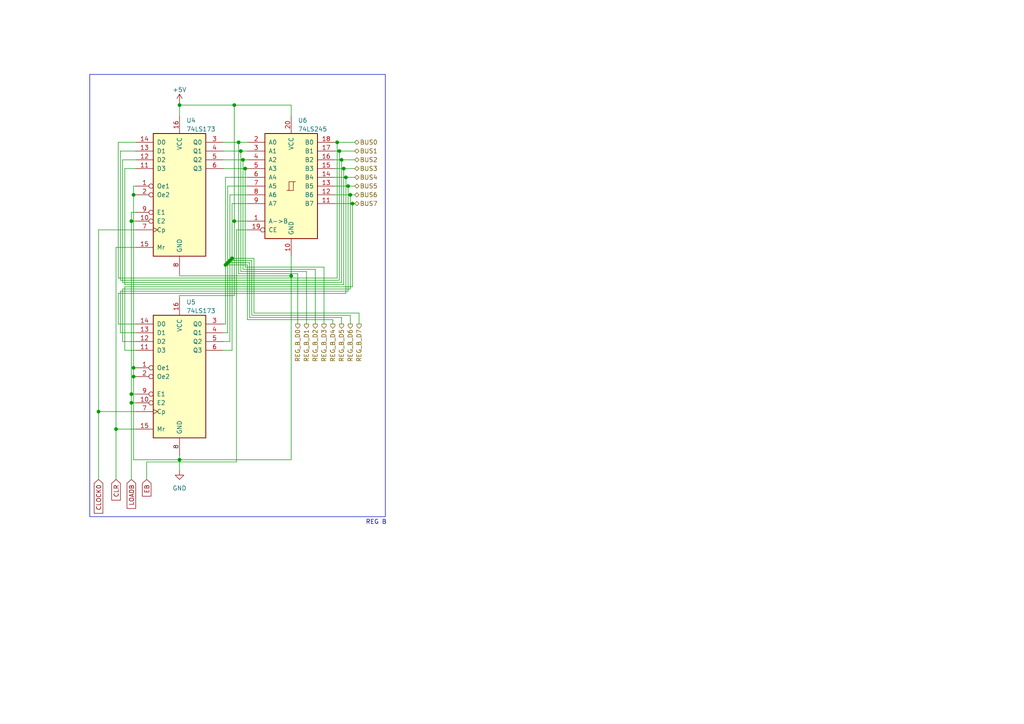
<source format=kicad_sch>
(kicad_sch (version 20230121) (generator eeschema)

  (uuid 031188d5-b58e-4a29-a173-cce6bf883b6b)

  (paper "A4")

  (lib_symbols
    (symbol "74xx:74LS173" (pin_names (offset 1.016)) (in_bom yes) (on_board yes)
      (property "Reference" "U" (at -7.62 19.05 0)
        (effects (font (size 1.27 1.27)))
      )
      (property "Value" "74LS173" (at -7.62 -19.05 0)
        (effects (font (size 1.27 1.27)))
      )
      (property "Footprint" "" (at 0 0 0)
        (effects (font (size 1.27 1.27)) hide)
      )
      (property "Datasheet" "http://www.ti.com/lit/gpn/sn74LS173" (at 0 0 0)
        (effects (font (size 1.27 1.27)) hide)
      )
      (property "ki_locked" "" (at 0 0 0)
        (effects (font (size 1.27 1.27)))
      )
      (property "ki_keywords" "TTL REG REG4 3State DFF" (at 0 0 0)
        (effects (font (size 1.27 1.27)) hide)
      )
      (property "ki_description" "4-bit D-type Register, 3 state out" (at 0 0 0)
        (effects (font (size 1.27 1.27)) hide)
      )
      (property "ki_fp_filters" "DIP?16*" (at 0 0 0)
        (effects (font (size 1.27 1.27)) hide)
      )
      (symbol "74LS173_1_0"
        (pin input inverted (at -12.7 2.54 0) (length 5.08)
          (name "Oe1" (effects (font (size 1.27 1.27))))
          (number "1" (effects (font (size 1.27 1.27))))
        )
        (pin input inverted (at -12.7 -7.62 0) (length 5.08)
          (name "E2" (effects (font (size 1.27 1.27))))
          (number "10" (effects (font (size 1.27 1.27))))
        )
        (pin input line (at -12.7 7.62 0) (length 5.08)
          (name "D3" (effects (font (size 1.27 1.27))))
          (number "11" (effects (font (size 1.27 1.27))))
        )
        (pin input line (at -12.7 10.16 0) (length 5.08)
          (name "D2" (effects (font (size 1.27 1.27))))
          (number "12" (effects (font (size 1.27 1.27))))
        )
        (pin input line (at -12.7 12.7 0) (length 5.08)
          (name "D1" (effects (font (size 1.27 1.27))))
          (number "13" (effects (font (size 1.27 1.27))))
        )
        (pin input line (at -12.7 15.24 0) (length 5.08)
          (name "D0" (effects (font (size 1.27 1.27))))
          (number "14" (effects (font (size 1.27 1.27))))
        )
        (pin input line (at -12.7 -15.24 0) (length 5.08)
          (name "Mr" (effects (font (size 1.27 1.27))))
          (number "15" (effects (font (size 1.27 1.27))))
        )
        (pin power_in line (at 0 22.86 270) (length 5.08)
          (name "VCC" (effects (font (size 1.27 1.27))))
          (number "16" (effects (font (size 1.27 1.27))))
        )
        (pin input inverted (at -12.7 0 0) (length 5.08)
          (name "Oe2" (effects (font (size 1.27 1.27))))
          (number "2" (effects (font (size 1.27 1.27))))
        )
        (pin tri_state line (at 12.7 15.24 180) (length 5.08)
          (name "Q0" (effects (font (size 1.27 1.27))))
          (number "3" (effects (font (size 1.27 1.27))))
        )
        (pin tri_state line (at 12.7 12.7 180) (length 5.08)
          (name "Q1" (effects (font (size 1.27 1.27))))
          (number "4" (effects (font (size 1.27 1.27))))
        )
        (pin tri_state line (at 12.7 10.16 180) (length 5.08)
          (name "Q2" (effects (font (size 1.27 1.27))))
          (number "5" (effects (font (size 1.27 1.27))))
        )
        (pin tri_state line (at 12.7 7.62 180) (length 5.08)
          (name "Q3" (effects (font (size 1.27 1.27))))
          (number "6" (effects (font (size 1.27 1.27))))
        )
        (pin input clock (at -12.7 -10.16 0) (length 5.08)
          (name "Cp" (effects (font (size 1.27 1.27))))
          (number "7" (effects (font (size 1.27 1.27))))
        )
        (pin power_in line (at 0 -22.86 90) (length 5.08)
          (name "GND" (effects (font (size 1.27 1.27))))
          (number "8" (effects (font (size 1.27 1.27))))
        )
        (pin input inverted (at -12.7 -5.08 0) (length 5.08)
          (name "E1" (effects (font (size 1.27 1.27))))
          (number "9" (effects (font (size 1.27 1.27))))
        )
      )
      (symbol "74LS173_1_1"
        (rectangle (start -7.62 17.78) (end 7.62 -17.78)
          (stroke (width 0.254) (type default))
          (fill (type background))
        )
      )
    )
    (symbol "74xx:74LS245" (pin_names (offset 1.016)) (in_bom yes) (on_board yes)
      (property "Reference" "U" (at -7.62 16.51 0)
        (effects (font (size 1.27 1.27)))
      )
      (property "Value" "74LS245" (at -7.62 -16.51 0)
        (effects (font (size 1.27 1.27)))
      )
      (property "Footprint" "" (at 0 0 0)
        (effects (font (size 1.27 1.27)) hide)
      )
      (property "Datasheet" "http://www.ti.com/lit/gpn/sn74LS245" (at 0 0 0)
        (effects (font (size 1.27 1.27)) hide)
      )
      (property "ki_locked" "" (at 0 0 0)
        (effects (font (size 1.27 1.27)))
      )
      (property "ki_keywords" "TTL BUS 3State" (at 0 0 0)
        (effects (font (size 1.27 1.27)) hide)
      )
      (property "ki_description" "Octal BUS Transceivers, 3-State outputs" (at 0 0 0)
        (effects (font (size 1.27 1.27)) hide)
      )
      (property "ki_fp_filters" "DIP?20*" (at 0 0 0)
        (effects (font (size 1.27 1.27)) hide)
      )
      (symbol "74LS245_1_0"
        (polyline
          (pts
            (xy -0.635 -1.27)
            (xy -0.635 1.27)
            (xy 0.635 1.27)
          )
          (stroke (width 0) (type default))
          (fill (type none))
        )
        (polyline
          (pts
            (xy -1.27 -1.27)
            (xy 0.635 -1.27)
            (xy 0.635 1.27)
            (xy 1.27 1.27)
          )
          (stroke (width 0) (type default))
          (fill (type none))
        )
        (pin input line (at -12.7 -10.16 0) (length 5.08)
          (name "A->B" (effects (font (size 1.27 1.27))))
          (number "1" (effects (font (size 1.27 1.27))))
        )
        (pin power_in line (at 0 -20.32 90) (length 5.08)
          (name "GND" (effects (font (size 1.27 1.27))))
          (number "10" (effects (font (size 1.27 1.27))))
        )
        (pin tri_state line (at 12.7 -5.08 180) (length 5.08)
          (name "B7" (effects (font (size 1.27 1.27))))
          (number "11" (effects (font (size 1.27 1.27))))
        )
        (pin tri_state line (at 12.7 -2.54 180) (length 5.08)
          (name "B6" (effects (font (size 1.27 1.27))))
          (number "12" (effects (font (size 1.27 1.27))))
        )
        (pin tri_state line (at 12.7 0 180) (length 5.08)
          (name "B5" (effects (font (size 1.27 1.27))))
          (number "13" (effects (font (size 1.27 1.27))))
        )
        (pin tri_state line (at 12.7 2.54 180) (length 5.08)
          (name "B4" (effects (font (size 1.27 1.27))))
          (number "14" (effects (font (size 1.27 1.27))))
        )
        (pin tri_state line (at 12.7 5.08 180) (length 5.08)
          (name "B3" (effects (font (size 1.27 1.27))))
          (number "15" (effects (font (size 1.27 1.27))))
        )
        (pin tri_state line (at 12.7 7.62 180) (length 5.08)
          (name "B2" (effects (font (size 1.27 1.27))))
          (number "16" (effects (font (size 1.27 1.27))))
        )
        (pin tri_state line (at 12.7 10.16 180) (length 5.08)
          (name "B1" (effects (font (size 1.27 1.27))))
          (number "17" (effects (font (size 1.27 1.27))))
        )
        (pin tri_state line (at 12.7 12.7 180) (length 5.08)
          (name "B0" (effects (font (size 1.27 1.27))))
          (number "18" (effects (font (size 1.27 1.27))))
        )
        (pin input inverted (at -12.7 -12.7 0) (length 5.08)
          (name "CE" (effects (font (size 1.27 1.27))))
          (number "19" (effects (font (size 1.27 1.27))))
        )
        (pin tri_state line (at -12.7 12.7 0) (length 5.08)
          (name "A0" (effects (font (size 1.27 1.27))))
          (number "2" (effects (font (size 1.27 1.27))))
        )
        (pin power_in line (at 0 20.32 270) (length 5.08)
          (name "VCC" (effects (font (size 1.27 1.27))))
          (number "20" (effects (font (size 1.27 1.27))))
        )
        (pin tri_state line (at -12.7 10.16 0) (length 5.08)
          (name "A1" (effects (font (size 1.27 1.27))))
          (number "3" (effects (font (size 1.27 1.27))))
        )
        (pin tri_state line (at -12.7 7.62 0) (length 5.08)
          (name "A2" (effects (font (size 1.27 1.27))))
          (number "4" (effects (font (size 1.27 1.27))))
        )
        (pin tri_state line (at -12.7 5.08 0) (length 5.08)
          (name "A3" (effects (font (size 1.27 1.27))))
          (number "5" (effects (font (size 1.27 1.27))))
        )
        (pin tri_state line (at -12.7 2.54 0) (length 5.08)
          (name "A4" (effects (font (size 1.27 1.27))))
          (number "6" (effects (font (size 1.27 1.27))))
        )
        (pin tri_state line (at -12.7 0 0) (length 5.08)
          (name "A5" (effects (font (size 1.27 1.27))))
          (number "7" (effects (font (size 1.27 1.27))))
        )
        (pin tri_state line (at -12.7 -2.54 0) (length 5.08)
          (name "A6" (effects (font (size 1.27 1.27))))
          (number "8" (effects (font (size 1.27 1.27))))
        )
        (pin tri_state line (at -12.7 -5.08 0) (length 5.08)
          (name "A7" (effects (font (size 1.27 1.27))))
          (number "9" (effects (font (size 1.27 1.27))))
        )
      )
      (symbol "74LS245_1_1"
        (rectangle (start -7.62 15.24) (end 7.62 -15.24)
          (stroke (width 0.254) (type default))
          (fill (type background))
        )
      )
    )
    (symbol "power:+5V" (power) (pin_names (offset 0)) (in_bom yes) (on_board yes)
      (property "Reference" "#PWR" (at 0 -3.81 0)
        (effects (font (size 1.27 1.27)) hide)
      )
      (property "Value" "+5V" (at 0 3.556 0)
        (effects (font (size 1.27 1.27)))
      )
      (property "Footprint" "" (at 0 0 0)
        (effects (font (size 1.27 1.27)) hide)
      )
      (property "Datasheet" "" (at 0 0 0)
        (effects (font (size 1.27 1.27)) hide)
      )
      (property "ki_keywords" "global power" (at 0 0 0)
        (effects (font (size 1.27 1.27)) hide)
      )
      (property "ki_description" "Power symbol creates a global label with name \"+5V\"" (at 0 0 0)
        (effects (font (size 1.27 1.27)) hide)
      )
      (symbol "+5V_0_1"
        (polyline
          (pts
            (xy -0.762 1.27)
            (xy 0 2.54)
          )
          (stroke (width 0) (type default))
          (fill (type none))
        )
        (polyline
          (pts
            (xy 0 0)
            (xy 0 2.54)
          )
          (stroke (width 0) (type default))
          (fill (type none))
        )
        (polyline
          (pts
            (xy 0 2.54)
            (xy 0.762 1.27)
          )
          (stroke (width 0) (type default))
          (fill (type none))
        )
      )
      (symbol "+5V_1_1"
        (pin power_in line (at 0 0 90) (length 0) hide
          (name "+5V" (effects (font (size 1.27 1.27))))
          (number "1" (effects (font (size 1.27 1.27))))
        )
      )
    )
    (symbol "power:GND" (power) (pin_names (offset 0)) (in_bom yes) (on_board yes)
      (property "Reference" "#PWR" (at 0 -6.35 0)
        (effects (font (size 1.27 1.27)) hide)
      )
      (property "Value" "GND" (at 0 -3.81 0)
        (effects (font (size 1.27 1.27)))
      )
      (property "Footprint" "" (at 0 0 0)
        (effects (font (size 1.27 1.27)) hide)
      )
      (property "Datasheet" "" (at 0 0 0)
        (effects (font (size 1.27 1.27)) hide)
      )
      (property "ki_keywords" "global power" (at 0 0 0)
        (effects (font (size 1.27 1.27)) hide)
      )
      (property "ki_description" "Power symbol creates a global label with name \"GND\" , ground" (at 0 0 0)
        (effects (font (size 1.27 1.27)) hide)
      )
      (symbol "GND_0_1"
        (polyline
          (pts
            (xy 0 0)
            (xy 0 -1.27)
            (xy 1.27 -1.27)
            (xy 0 -2.54)
            (xy -1.27 -1.27)
            (xy 0 -1.27)
          )
          (stroke (width 0) (type default))
          (fill (type none))
        )
      )
      (symbol "GND_1_1"
        (pin power_in line (at 0 0 270) (length 0) hide
          (name "GND" (effects (font (size 1.27 1.27))))
          (number "1" (effects (font (size 1.27 1.27))))
        )
      )
    )
  )

  (junction (at 66.04 76.2) (diameter 0) (color 0 0 0 0)
    (uuid 00a8b538-81a3-401b-96a5-89cd686b70fe)
  )
  (junction (at 84.455 80.01) (diameter 0) (color 0 0 0 0)
    (uuid 046ca10e-408c-47b4-ac7e-fe9c58fd8a8d)
  )
  (junction (at 38.1 64.135) (diameter 0) (color 0 0 0 0)
    (uuid 0d45695c-af5f-4a4b-92ee-a2d51059304b)
  )
  (junction (at 100.33 51.435) (diameter 0) (color 0 0 0 0)
    (uuid 1285fa97-6073-4a4e-a2a7-7d763f0cdac2)
  )
  (junction (at 100.965 53.975) (diameter 0) (color 0 0 0 0)
    (uuid 21926844-f465-4042-981a-dc74b073748b)
  )
  (junction (at 99.695 48.895) (diameter 0) (color 0 0 0 0)
    (uuid 260cad8e-ae99-4a8e-8235-3491d7bc79f0)
  )
  (junction (at 70.485 46.355) (diameter 0) (color 0 0 0 0)
    (uuid 2f0ce707-ba3e-406c-ad80-b560f319f7a1)
  )
  (junction (at 52.07 133.35) (diameter 0) (color 0 0 0 0)
    (uuid 326b110d-b295-4798-8d99-d8f920517434)
  )
  (junction (at 38.1 114.3) (diameter 0) (color 0 0 0 0)
    (uuid 34869841-e7e4-4102-86b3-2dab61cd9d73)
  )
  (junction (at 97.79 41.275) (diameter 0) (color 0 0 0 0)
    (uuid 427f2ae0-c66b-4b17-a98a-44e92819b056)
  )
  (junction (at 38.735 106.68) (diameter 0) (color 0 0 0 0)
    (uuid 4ab9b75c-52e0-44b3-a668-d03e7dc305df)
  )
  (junction (at 67.31 74.93) (diameter 0) (color 0 0 0 0)
    (uuid 55220906-44b5-478e-aa1e-efe3ecb18aaf)
  )
  (junction (at 69.85 43.815) (diameter 0) (color 0 0 0 0)
    (uuid 580aae32-d004-418f-8db2-1d5386369899)
  )
  (junction (at 38.1 116.84) (diameter 0) (color 0 0 0 0)
    (uuid 5a62635c-2c8c-4169-b3c4-a63d88f4217c)
  )
  (junction (at 67.945 30.48) (diameter 0) (color 0 0 0 0)
    (uuid 6737592b-3334-4d02-b595-bed35d01d6b6)
  )
  (junction (at 52.07 30.48) (diameter 0) (color 0 0 0 0)
    (uuid 7cfbbcd3-369a-4614-85be-dadefc233246)
  )
  (junction (at 98.425 43.815) (diameter 0) (color 0 0 0 0)
    (uuid 860a82d4-7afb-47f3-8db7-823dc33885e9)
  )
  (junction (at 33.655 124.46) (diameter 0) (color 0 0 0 0)
    (uuid 8672a08c-23ba-4451-b36a-9400be7d1b4b)
  )
  (junction (at 67.945 64.135) (diameter 0) (color 0 0 0 0)
    (uuid 918af728-1ec5-4923-af48-9a0a91916029)
  )
  (junction (at 66.675 75.565) (diameter 0) (color 0 0 0 0)
    (uuid 9465b2ed-073b-41b9-b150-dd4e5166a79f)
  )
  (junction (at 102.235 59.055) (diameter 0) (color 0 0 0 0)
    (uuid 95fc1f88-ec5f-4509-bf2a-d199ad9e6740)
  )
  (junction (at 38.735 56.515) (diameter 0) (color 0 0 0 0)
    (uuid a8d0d4bc-5600-45b7-a47e-46d21b5f8927)
  )
  (junction (at 38.735 109.22) (diameter 0) (color 0 0 0 0)
    (uuid c0e7b5d4-9621-40e3-8418-47113273742d)
  )
  (junction (at 101.6 56.515) (diameter 0) (color 0 0 0 0)
    (uuid c2c098f3-bf9d-418c-86ff-6ddb534ba102)
  )
  (junction (at 65.405 76.835) (diameter 0) (color 0 0 0 0)
    (uuid cfb003ee-4644-4f93-8d74-a679d10bce87)
  )
  (junction (at 28.575 119.38) (diameter 0) (color 0 0 0 0)
    (uuid cfe3ee1c-c31a-4bb7-9727-6f1914cee323)
  )
  (junction (at 71.12 48.895) (diameter 0) (color 0 0 0 0)
    (uuid d6837eee-c21a-43a9-ac7a-50342f6a6fc8)
  )
  (junction (at 69.215 41.275) (diameter 0) (color 0 0 0 0)
    (uuid e0732051-7d7f-4791-b751-c9cdba5285ee)
  )
  (junction (at 99.06 46.355) (diameter 0) (color 0 0 0 0)
    (uuid f0d49d62-b84e-4248-894c-d9383c5ff0ab)
  )

  (wire (pts (xy 36.195 48.895) (xy 36.195 82.55))
    (stroke (width 0) (type default))
    (uuid 006a174c-e79c-48b7-bca5-49e4cb8fde41)
  )
  (wire (pts (xy 97.155 53.975) (xy 100.965 53.975))
    (stroke (width 0) (type default))
    (uuid 025c4b78-cd68-4659-bf2a-fdb7411f2e02)
  )
  (wire (pts (xy 68.58 66.675) (xy 68.58 133.985))
    (stroke (width 0) (type default))
    (uuid 028bbd59-41ef-4028-94da-4eecc0c7ef3e)
  )
  (wire (pts (xy 34.29 41.275) (xy 34.29 80.645))
    (stroke (width 0) (type default))
    (uuid 03afcc2b-d3b8-46af-858f-067ba8c0693e)
  )
  (wire (pts (xy 91.44 93.98) (xy 91.44 78.105))
    (stroke (width 0) (type default))
    (uuid 03cafdac-c063-4877-a5cf-9cc1b033f90f)
  )
  (wire (pts (xy 97.155 41.275) (xy 97.79 41.275))
    (stroke (width 0) (type default))
    (uuid 0416471c-63a8-4af1-b7b2-b9129ce5115b)
  )
  (wire (pts (xy 93.98 93.98) (xy 93.98 77.47))
    (stroke (width 0) (type default))
    (uuid 04a590c9-0cfd-4ad3-93fb-caef5afcf523)
  )
  (wire (pts (xy 99.06 93.98) (xy 99.06 92.075))
    (stroke (width 0) (type default))
    (uuid 07f02d35-daf2-45c1-8fc5-74ec03c87713)
  )
  (wire (pts (xy 36.195 83.185) (xy 102.235 83.185))
    (stroke (width 0) (type default))
    (uuid 080998d5-6ce1-4dfc-b757-10f0aa448492)
  )
  (wire (pts (xy 64.77 43.815) (xy 69.85 43.815))
    (stroke (width 0) (type default))
    (uuid 09fdda00-2766-4e77-a8b0-a26a3cd2638a)
  )
  (wire (pts (xy 84.455 33.655) (xy 84.455 30.48))
    (stroke (width 0) (type default))
    (uuid 0d82cb30-121c-4ea4-92b4-90b081b4bb2f)
  )
  (wire (pts (xy 68.58 133.985) (xy 42.545 133.985))
    (stroke (width 0) (type default))
    (uuid 0f9cb4e0-08f3-4042-bba3-7d035847137d)
  )
  (wire (pts (xy 34.29 80.645) (xy 97.79 80.645))
    (stroke (width 0) (type default))
    (uuid 12020fa2-a447-44ff-ad92-8c57d609f092)
  )
  (wire (pts (xy 28.575 119.38) (xy 39.37 119.38))
    (stroke (width 0) (type default))
    (uuid 12d29707-e441-497c-8731-484b361a03c0)
  )
  (wire (pts (xy 38.735 106.68) (xy 38.735 56.515))
    (stroke (width 0) (type default))
    (uuid 130a259b-edfd-49eb-85ef-65f61db1c15f)
  )
  (wire (pts (xy 64.77 46.355) (xy 70.485 46.355))
    (stroke (width 0) (type default))
    (uuid 1726aa35-3528-48a4-9def-bfad1a4e130c)
  )
  (wire (pts (xy 39.37 96.52) (xy 34.925 96.52))
    (stroke (width 0) (type default))
    (uuid 198f5f99-f1c2-421e-8673-c79265f8fa55)
  )
  (wire (pts (xy 38.1 116.84) (xy 39.37 116.84))
    (stroke (width 0) (type default))
    (uuid 1a3d705e-11cf-4867-8f5b-310d1b752088)
  )
  (wire (pts (xy 101.6 93.98) (xy 101.6 91.44))
    (stroke (width 0) (type default))
    (uuid 1a7b3608-7459-4e8e-bf2a-6f023f68dbb1)
  )
  (wire (pts (xy 99.06 81.915) (xy 99.06 46.355))
    (stroke (width 0) (type default))
    (uuid 1b1dc88e-f873-491c-b57e-a0d1110183ca)
  )
  (wire (pts (xy 102.235 59.055) (xy 102.87 59.055))
    (stroke (width 0) (type default))
    (uuid 1c847073-1806-483e-8bbd-c67906a543f5)
  )
  (wire (pts (xy 104.14 90.805) (xy 73.66 90.805))
    (stroke (width 0) (type default))
    (uuid 1ee0660c-b0d4-4a25-9180-2e1e7b3a7cc8)
  )
  (wire (pts (xy 35.56 81.915) (xy 99.06 81.915))
    (stroke (width 0) (type default))
    (uuid 20a63c04-b889-462e-b92e-e6a6a52cddf9)
  )
  (wire (pts (xy 39.37 106.68) (xy 38.735 106.68))
    (stroke (width 0) (type default))
    (uuid 21d626cb-6f64-4381-874a-d1eebc5f5d0a)
  )
  (wire (pts (xy 38.1 139.065) (xy 38.1 116.84))
    (stroke (width 0) (type default))
    (uuid 23af4522-0f56-4d66-a3d2-414efa156d62)
  )
  (wire (pts (xy 38.1 114.3) (xy 38.1 116.84))
    (stroke (width 0) (type default))
    (uuid 2473f60d-819b-44b9-82ce-b5c635996a2c)
  )
  (wire (pts (xy 64.77 48.895) (xy 71.12 48.895))
    (stroke (width 0) (type default))
    (uuid 24f9a051-83ad-4f88-a29a-c585cb45c298)
  )
  (wire (pts (xy 66.675 99.06) (xy 66.675 75.565))
    (stroke (width 0) (type default))
    (uuid 25a45dc1-af35-4aff-827b-d488073ebc83)
  )
  (wire (pts (xy 34.925 84.455) (xy 100.965 84.455))
    (stroke (width 0) (type default))
    (uuid 27177de9-eabb-49e9-be38-d943932eff38)
  )
  (wire (pts (xy 38.735 109.22) (xy 38.735 133.35))
    (stroke (width 0) (type default))
    (uuid 275509ad-1d3d-4de8-92f5-47655af87a64)
  )
  (wire (pts (xy 38.735 56.515) (xy 38.735 53.975))
    (stroke (width 0) (type default))
    (uuid 280b234f-6672-41ad-8738-a9dd1867024c)
  )
  (wire (pts (xy 93.98 77.47) (xy 71.12 77.47))
    (stroke (width 0) (type default))
    (uuid 289de475-53a2-4978-b398-baf772c01b38)
  )
  (wire (pts (xy 71.755 66.675) (xy 68.58 66.675))
    (stroke (width 0) (type default))
    (uuid 29a20ec6-4631-45ae-b740-62b59b71a882)
  )
  (wire (pts (xy 98.425 43.815) (xy 102.87 43.815))
    (stroke (width 0) (type default))
    (uuid 2a68050f-37bf-4efb-9f7b-ae25816e9e79)
  )
  (wire (pts (xy 96.52 93.98) (xy 96.52 92.71))
    (stroke (width 0) (type default))
    (uuid 2f7531be-0a57-4340-b7f0-378ac3468613)
  )
  (wire (pts (xy 99.695 48.895) (xy 102.87 48.895))
    (stroke (width 0) (type default))
    (uuid 2f98403f-9877-45ed-ba6c-65049fb8266f)
  )
  (wire (pts (xy 64.77 101.6) (xy 67.31 101.6))
    (stroke (width 0) (type default))
    (uuid 2fe1737c-297f-463f-aa55-615cc7dc626d)
  )
  (wire (pts (xy 52.07 86.36) (xy 52.07 85.725))
    (stroke (width 0) (type default))
    (uuid 321a43bb-1790-4678-85b7-b0431e6e9cdc)
  )
  (wire (pts (xy 71.12 48.895) (xy 71.755 48.895))
    (stroke (width 0) (type default))
    (uuid 3631a7bf-5470-4506-9e15-3a22daeacaa0)
  )
  (wire (pts (xy 42.545 133.985) (xy 42.545 139.065))
    (stroke (width 0) (type default))
    (uuid 395ad7e5-a8db-4acc-9662-b2ab22fd2079)
  )
  (wire (pts (xy 91.44 78.105) (xy 70.485 78.105))
    (stroke (width 0) (type default))
    (uuid 3991ade4-fa04-4523-bc9f-ee85c0254ec5)
  )
  (wire (pts (xy 97.155 43.815) (xy 98.425 43.815))
    (stroke (width 0) (type default))
    (uuid 39e62cc5-ebe7-4fff-9aab-211165667783)
  )
  (wire (pts (xy 97.155 59.055) (xy 102.235 59.055))
    (stroke (width 0) (type default))
    (uuid 3da55d4a-0e1d-47c1-8687-1f14720a9e55)
  )
  (wire (pts (xy 64.77 41.275) (xy 69.215 41.275))
    (stroke (width 0) (type default))
    (uuid 3df55872-6735-43e1-b669-07ceda03353c)
  )
  (wire (pts (xy 71.12 77.47) (xy 71.12 48.895))
    (stroke (width 0) (type default))
    (uuid 40cc6139-02c0-4cd1-833e-df17ac673c0d)
  )
  (wire (pts (xy 36.195 101.6) (xy 36.195 83.185))
    (stroke (width 0) (type default))
    (uuid 41ce65ac-d417-49c2-b9f3-0f314ae6722a)
  )
  (wire (pts (xy 70.485 46.355) (xy 71.755 46.355))
    (stroke (width 0) (type default))
    (uuid 43ac4c1c-09c6-4d9b-9cf7-646cb40d562c)
  )
  (wire (pts (xy 102.235 59.055) (xy 102.235 83.185))
    (stroke (width 0) (type default))
    (uuid 45116d19-fb85-4956-ad65-6bc3586da37c)
  )
  (wire (pts (xy 64.77 96.52) (xy 66.04 96.52))
    (stroke (width 0) (type default))
    (uuid 4522f910-7fe3-4e16-96d3-cb42599f74dc)
  )
  (wire (pts (xy 39.37 48.895) (xy 36.195 48.895))
    (stroke (width 0) (type default))
    (uuid 45b35a3b-c28e-46e5-aac4-00225c25341b)
  )
  (wire (pts (xy 88.9 78.74) (xy 69.85 78.74))
    (stroke (width 0) (type default))
    (uuid 4797e2a4-302c-48cf-99cc-f653e7b7ed2e)
  )
  (wire (pts (xy 71.755 92.71) (xy 71.755 76.835))
    (stroke (width 0) (type default))
    (uuid 4bc8a4e5-7e91-487e-a575-20cd0c424530)
  )
  (wire (pts (xy 67.945 30.48) (xy 52.07 30.48))
    (stroke (width 0) (type default))
    (uuid 4f7592a4-caa0-4894-9bfc-ea416793d0d9)
  )
  (wire (pts (xy 35.56 99.06) (xy 35.56 83.82))
    (stroke (width 0) (type default))
    (uuid 4ffb201e-f667-4fdf-9bc2-382af692dc5b)
  )
  (wire (pts (xy 52.07 133.35) (xy 84.455 133.35))
    (stroke (width 0) (type default))
    (uuid 503d2127-9d7f-459d-bb15-7fb48527e74f)
  )
  (wire (pts (xy 84.455 80.01) (xy 52.07 80.01))
    (stroke (width 0) (type default))
    (uuid 50fc8253-1e36-435e-a417-d99ae4456ddd)
  )
  (wire (pts (xy 38.735 109.22) (xy 39.37 109.22))
    (stroke (width 0) (type default))
    (uuid 5917130e-8301-4971-afd3-773a8b3f3eea)
  )
  (wire (pts (xy 33.655 124.46) (xy 39.37 124.46))
    (stroke (width 0) (type default))
    (uuid 5d526933-477a-4672-92fd-2ad6c9cea211)
  )
  (wire (pts (xy 97.79 41.275) (xy 102.87 41.275))
    (stroke (width 0) (type default))
    (uuid 5ee40f2c-566c-4698-95f2-52990ae2845a)
  )
  (wire (pts (xy 69.215 41.275) (xy 71.755 41.275))
    (stroke (width 0) (type default))
    (uuid 5f620b9c-1708-4444-8581-815702402048)
  )
  (wire (pts (xy 100.965 84.455) (xy 100.965 53.975))
    (stroke (width 0) (type default))
    (uuid 63186dc6-154e-422f-ba45-9badf2591f34)
  )
  (wire (pts (xy 66.04 53.975) (xy 71.755 53.975))
    (stroke (width 0) (type default))
    (uuid 6484dddc-3add-4601-947e-8096869d7689)
  )
  (wire (pts (xy 39.37 41.275) (xy 34.29 41.275))
    (stroke (width 0) (type default))
    (uuid 64dbec1f-31aa-4847-a74a-f9141e779a2c)
  )
  (wire (pts (xy 66.04 76.2) (xy 66.04 53.975))
    (stroke (width 0) (type default))
    (uuid 65bf298e-d359-482e-90c9-c6e2a56b32ab)
  )
  (wire (pts (xy 39.37 71.755) (xy 33.655 71.755))
    (stroke (width 0) (type default))
    (uuid 668fec45-386c-4dd2-aee5-a897524524b9)
  )
  (wire (pts (xy 39.37 61.595) (xy 38.1 61.595))
    (stroke (width 0) (type default))
    (uuid 66cd660e-608f-44d0-bb7a-80ab00b0c794)
  )
  (wire (pts (xy 67.945 30.48) (xy 67.945 64.135))
    (stroke (width 0) (type default))
    (uuid 67cd056e-ef30-4c9d-9ce5-163ddb60435f)
  )
  (wire (pts (xy 104.14 93.98) (xy 104.14 90.805))
    (stroke (width 0) (type default))
    (uuid 683d4b1e-57d5-414c-84ca-7124b384b844)
  )
  (wire (pts (xy 73.025 91.44) (xy 73.025 75.565))
    (stroke (width 0) (type default))
    (uuid 6a552f55-7c06-4531-b951-cf9adb6fcf06)
  )
  (wire (pts (xy 86.36 93.98) (xy 86.36 79.375))
    (stroke (width 0) (type default))
    (uuid 6b0b1ee4-b3d8-4ed7-b6bf-26e7298d85a1)
  )
  (wire (pts (xy 64.77 99.06) (xy 66.675 99.06))
    (stroke (width 0) (type default))
    (uuid 6c620cd3-cb86-44b8-adbd-1f2d4faa5a49)
  )
  (wire (pts (xy 52.07 30.48) (xy 52.07 33.655))
    (stroke (width 0) (type default))
    (uuid 6d36f93b-ba83-445e-98d1-979b02e677b5)
  )
  (wire (pts (xy 98.425 81.28) (xy 98.425 43.815))
    (stroke (width 0) (type default))
    (uuid 6dc5c934-1db9-44db-8d31-3f30a1fa7b7b)
  )
  (wire (pts (xy 38.735 106.68) (xy 38.735 109.22))
    (stroke (width 0) (type default))
    (uuid 6efa0adf-416d-40cb-9c83-6fbbb24f2934)
  )
  (wire (pts (xy 99.06 46.355) (xy 102.87 46.355))
    (stroke (width 0) (type default))
    (uuid 716967d0-4dd2-4575-bc16-e24e2884e3e3)
  )
  (wire (pts (xy 39.37 64.135) (xy 38.1 64.135))
    (stroke (width 0) (type default))
    (uuid 722c1c1f-1602-42aa-b7e4-32ffab6e2d6e)
  )
  (wire (pts (xy 97.155 51.435) (xy 100.33 51.435))
    (stroke (width 0) (type default))
    (uuid 7258c00b-d5ee-41e5-acf1-7b043613281b)
  )
  (wire (pts (xy 39.37 114.3) (xy 38.1 114.3))
    (stroke (width 0) (type default))
    (uuid 74f7aa5b-d6c7-4c0d-bb5f-3d8121d0f2bf)
  )
  (wire (pts (xy 39.37 46.355) (xy 35.56 46.355))
    (stroke (width 0) (type default))
    (uuid 765ce668-ac73-4c64-8429-313c4d5416db)
  )
  (wire (pts (xy 33.655 71.755) (xy 33.655 124.46))
    (stroke (width 0) (type default))
    (uuid 7bc1a547-fca1-4465-b480-a0c252ec7f91)
  )
  (wire (pts (xy 86.36 79.375) (xy 69.215 79.375))
    (stroke (width 0) (type default))
    (uuid 7c7e2c4c-4c08-4263-82b3-3f248c375aea)
  )
  (wire (pts (xy 39.37 66.675) (xy 28.575 66.675))
    (stroke (width 0) (type default))
    (uuid 7e1fe022-ec17-42b4-b020-c832867b06c0)
  )
  (wire (pts (xy 67.945 64.135) (xy 71.755 64.135))
    (stroke (width 0) (type default))
    (uuid 81b8b23e-0043-4723-9783-984bb6f04fbb)
  )
  (wire (pts (xy 69.215 79.375) (xy 69.215 41.275))
    (stroke (width 0) (type default))
    (uuid 81e3b43f-0941-4519-b7cb-73a8f8ce4f3a)
  )
  (wire (pts (xy 72.39 76.2) (xy 66.04 76.2))
    (stroke (width 0) (type default))
    (uuid 86e5e05a-ef56-4f39-bddb-f84db23a012a)
  )
  (wire (pts (xy 35.56 83.82) (xy 101.6 83.82))
    (stroke (width 0) (type default))
    (uuid 875a2288-e681-460a-a092-1b055905e3c9)
  )
  (wire (pts (xy 34.925 81.28) (xy 98.425 81.28))
    (stroke (width 0) (type default))
    (uuid 8810779e-d21f-4d65-a9ac-19b366f41ee2)
  )
  (wire (pts (xy 33.655 124.46) (xy 33.655 139.065))
    (stroke (width 0) (type default))
    (uuid 89255f82-e88c-4d39-871f-cb35ae313eea)
  )
  (wire (pts (xy 66.675 56.515) (xy 71.755 56.515))
    (stroke (width 0) (type default))
    (uuid 8a7ac818-0610-4bb2-9d1f-5e004409ae9e)
  )
  (wire (pts (xy 69.85 43.815) (xy 71.755 43.815))
    (stroke (width 0) (type default))
    (uuid 8c7353fc-2a34-4860-a9de-750ccd58ce62)
  )
  (wire (pts (xy 67.945 64.135) (xy 67.945 85.725))
    (stroke (width 0) (type default))
    (uuid 8c782cb7-0960-42e6-bc2f-87d2aa40ef5c)
  )
  (wire (pts (xy 67.31 101.6) (xy 67.31 74.93))
    (stroke (width 0) (type default))
    (uuid 8cc253a1-a055-4772-9986-535c5ad41140)
  )
  (wire (pts (xy 88.9 93.98) (xy 88.9 78.74))
    (stroke (width 0) (type default))
    (uuid 8d21bf7a-f36a-4b9a-bfd0-04795d33405f)
  )
  (wire (pts (xy 52.07 133.35) (xy 52.07 132.08))
    (stroke (width 0) (type default))
    (uuid 8d59340d-f6c6-4047-83c8-c743d5d79a0e)
  )
  (wire (pts (xy 38.735 133.35) (xy 52.07 133.35))
    (stroke (width 0) (type default))
    (uuid 8f48b23d-761e-41cf-bcd6-81495af3a817)
  )
  (wire (pts (xy 36.195 82.55) (xy 99.695 82.55))
    (stroke (width 0) (type default))
    (uuid 8f6d1cb8-616f-4387-8ec7-ce3fcac60eae)
  )
  (wire (pts (xy 97.155 46.355) (xy 99.06 46.355))
    (stroke (width 0) (type default))
    (uuid 94731383-5336-4bdf-ba51-c2b173819b18)
  )
  (wire (pts (xy 101.6 91.44) (xy 73.025 91.44))
    (stroke (width 0) (type default))
    (uuid 96fda1d2-1dd4-4afe-ad5b-aca5f7f293f6)
  )
  (wire (pts (xy 52.07 136.525) (xy 52.07 133.35))
    (stroke (width 0) (type default))
    (uuid 99d04838-2be6-45f8-aae0-3f92f56ac770)
  )
  (wire (pts (xy 84.455 80.01) (xy 84.455 133.35))
    (stroke (width 0) (type default))
    (uuid 9c89161d-06a0-4f11-b82f-8cf82e233cd2)
  )
  (wire (pts (xy 35.56 46.355) (xy 35.56 81.915))
    (stroke (width 0) (type default))
    (uuid 9d686fec-386f-4234-a0aa-a6e3ff3a90e7)
  )
  (wire (pts (xy 34.29 85.09) (xy 100.33 85.09))
    (stroke (width 0) (type default))
    (uuid 9dcbe8be-5c68-47d6-a83c-8433c6139457)
  )
  (wire (pts (xy 52.07 85.725) (xy 67.945 85.725))
    (stroke (width 0) (type default))
    (uuid 9eb34c84-50b5-41ad-89d1-24957cd371f0)
  )
  (wire (pts (xy 34.925 43.815) (xy 34.925 81.28))
    (stroke (width 0) (type default))
    (uuid a1e338b5-a1fe-4f4b-9501-82684c71150a)
  )
  (wire (pts (xy 39.37 93.98) (xy 34.29 93.98))
    (stroke (width 0) (type default))
    (uuid a5585553-7ce9-49bf-8f06-6ce4098fdf13)
  )
  (wire (pts (xy 73.025 75.565) (xy 66.675 75.565))
    (stroke (width 0) (type default))
    (uuid a65c0719-5a9e-4632-a9f0-8ce58b76347e)
  )
  (wire (pts (xy 70.485 78.105) (xy 70.485 46.355))
    (stroke (width 0) (type default))
    (uuid aa84edb6-423e-4dca-ba47-cf62ebf7cc98)
  )
  (wire (pts (xy 97.155 56.515) (xy 101.6 56.515))
    (stroke (width 0) (type default))
    (uuid ab34fa68-9697-4806-b894-966bb9117311)
  )
  (wire (pts (xy 39.37 99.06) (xy 35.56 99.06))
    (stroke (width 0) (type default))
    (uuid ad8913f6-ab8b-48a1-bf31-9bf617f8e414)
  )
  (wire (pts (xy 73.66 74.93) (xy 67.31 74.93))
    (stroke (width 0) (type default))
    (uuid aea8b7f6-3446-4ced-9765-edb287f3977a)
  )
  (wire (pts (xy 38.1 64.135) (xy 38.1 114.3))
    (stroke (width 0) (type default))
    (uuid b0983ae0-10ba-40f4-b6e6-1cc94319e35a)
  )
  (wire (pts (xy 34.29 93.98) (xy 34.29 85.09))
    (stroke (width 0) (type default))
    (uuid b0b376da-9faa-4029-bf0b-490df0bb42ec)
  )
  (wire (pts (xy 97.155 48.895) (xy 99.695 48.895))
    (stroke (width 0) (type default))
    (uuid b14ad354-6cc0-4d07-89ba-9bbc6f979e38)
  )
  (wire (pts (xy 52.07 80.01) (xy 52.07 79.375))
    (stroke (width 0) (type default))
    (uuid b296040b-09bf-40a7-88ef-910249989c47)
  )
  (wire (pts (xy 34.925 96.52) (xy 34.925 84.455))
    (stroke (width 0) (type default))
    (uuid b39ba335-fd6b-4101-b0b9-21249434becd)
  )
  (wire (pts (xy 101.6 83.82) (xy 101.6 56.515))
    (stroke (width 0) (type default))
    (uuid b7365358-434b-4276-8534-6e3da77feca4)
  )
  (wire (pts (xy 69.85 78.74) (xy 69.85 43.815))
    (stroke (width 0) (type default))
    (uuid b7db0d03-3728-4bd3-a43b-261fdc820c5a)
  )
  (wire (pts (xy 64.77 93.98) (xy 65.405 93.98))
    (stroke (width 0) (type default))
    (uuid b926718b-b5cf-4783-bbe5-3eadc0db7c30)
  )
  (wire (pts (xy 65.405 76.835) (xy 65.405 51.435))
    (stroke (width 0) (type default))
    (uuid b94b9208-e8da-4941-9840-22de80667a28)
  )
  (wire (pts (xy 67.31 59.055) (xy 71.755 59.055))
    (stroke (width 0) (type default))
    (uuid bb55d614-619d-445d-b223-ef44c812fb82)
  )
  (wire (pts (xy 38.1 61.595) (xy 38.1 64.135))
    (stroke (width 0) (type default))
    (uuid c3725a08-c201-4cbd-84b0-0acfa9fd609a)
  )
  (wire (pts (xy 52.07 29.845) (xy 52.07 30.48))
    (stroke (width 0) (type default))
    (uuid c3910edc-dbb2-4689-b6ee-da47c9c2e2dc)
  )
  (wire (pts (xy 71.755 76.835) (xy 65.405 76.835))
    (stroke (width 0) (type default))
    (uuid c499a7fd-8c9a-4867-96ab-ac6483841068)
  )
  (wire (pts (xy 101.6 56.515) (xy 102.87 56.515))
    (stroke (width 0) (type default))
    (uuid c6ca3c67-0615-4945-8170-bf1fa092d88a)
  )
  (wire (pts (xy 28.575 139.065) (xy 28.575 119.38))
    (stroke (width 0) (type default))
    (uuid c955473d-e6df-4642-b520-d50237a6dc9a)
  )
  (wire (pts (xy 96.52 92.71) (xy 71.755 92.71))
    (stroke (width 0) (type default))
    (uuid ca0949dc-8d7f-441a-b24c-2b8562bfaa93)
  )
  (wire (pts (xy 99.06 92.075) (xy 72.39 92.075))
    (stroke (width 0) (type default))
    (uuid cfcc156b-63c7-498c-b82a-98b3b1fa822f)
  )
  (wire (pts (xy 39.37 43.815) (xy 34.925 43.815))
    (stroke (width 0) (type default))
    (uuid d427eef6-b2f9-407e-aa39-cee90daeb048)
  )
  (wire (pts (xy 66.04 96.52) (xy 66.04 76.2))
    (stroke (width 0) (type default))
    (uuid d4a837ac-6312-4f11-87f3-728ad83dc124)
  )
  (wire (pts (xy 67.31 74.93) (xy 67.31 59.055))
    (stroke (width 0) (type default))
    (uuid d93bfe46-e2f8-4364-9c06-845a25b44ddd)
  )
  (wire (pts (xy 97.79 80.645) (xy 97.79 41.275))
    (stroke (width 0) (type default))
    (uuid dac72907-1c0b-42c9-990d-2306d3bc49de)
  )
  (wire (pts (xy 65.405 51.435) (xy 71.755 51.435))
    (stroke (width 0) (type default))
    (uuid dbf0f60c-64f1-4927-b9bb-0698406ff0ce)
  )
  (wire (pts (xy 38.735 53.975) (xy 39.37 53.975))
    (stroke (width 0) (type default))
    (uuid dd8250fc-a5dc-4bf6-95f1-438ce19fc0e6)
  )
  (wire (pts (xy 66.675 75.565) (xy 66.675 56.515))
    (stroke (width 0) (type default))
    (uuid dfbcf52f-4086-4478-a6a1-aa09f84cf64b)
  )
  (wire (pts (xy 99.695 82.55) (xy 99.695 48.895))
    (stroke (width 0) (type default))
    (uuid dfef9d5f-9036-435f-8d8e-08b450f6d077)
  )
  (wire (pts (xy 84.455 74.295) (xy 84.455 80.01))
    (stroke (width 0) (type default))
    (uuid e011725e-7ceb-45bf-9a06-0166c91f7469)
  )
  (wire (pts (xy 39.37 101.6) (xy 36.195 101.6))
    (stroke (width 0) (type default))
    (uuid e01391d3-4b54-4023-bcc0-8a9861335a3a)
  )
  (wire (pts (xy 38.735 56.515) (xy 39.37 56.515))
    (stroke (width 0) (type default))
    (uuid e1519d79-86dc-4225-b758-baccce60e681)
  )
  (wire (pts (xy 84.455 30.48) (xy 67.945 30.48))
    (stroke (width 0) (type default))
    (uuid e627ea41-dcc6-4ae6-a3ee-0c7cc9567458)
  )
  (wire (pts (xy 100.33 51.435) (xy 102.87 51.435))
    (stroke (width 0) (type default))
    (uuid e6387748-0275-46d5-917d-aa7a08ad0495)
  )
  (wire (pts (xy 28.575 66.675) (xy 28.575 119.38))
    (stroke (width 0) (type default))
    (uuid ee046e92-4306-409d-8a03-c6f3e3ac155b)
  )
  (wire (pts (xy 73.66 90.805) (xy 73.66 74.93))
    (stroke (width 0) (type default))
    (uuid ef9ab608-ec5d-4817-b8aa-5c7656c9b9df)
  )
  (wire (pts (xy 100.33 85.09) (xy 100.33 51.435))
    (stroke (width 0) (type default))
    (uuid f1641959-55dd-476b-bea0-6048be71c788)
  )
  (wire (pts (xy 100.965 53.975) (xy 102.87 53.975))
    (stroke (width 0) (type default))
    (uuid f65ec20e-8f5c-44b1-879d-d8642315e839)
  )
  (wire (pts (xy 65.405 93.98) (xy 65.405 76.835))
    (stroke (width 0) (type default))
    (uuid f7e6d38a-1fb4-4b43-81f2-fe18d0da7353)
  )
  (wire (pts (xy 72.39 92.075) (xy 72.39 76.2))
    (stroke (width 0) (type default))
    (uuid fcd7101b-8743-4108-b71a-5a191d9eb957)
  )

  (rectangle (start 26.035 21.59) (end 111.76 149.86)
    (stroke (width 0) (type default))
    (fill (type none))
    (uuid 87452670-bb83-4530-9376-7ff444e7563a)
  )

  (text "REG B\n\n" (at 106.045 154.305 0)
    (effects (font (size 1.27 1.27)) (justify left bottom))
    (uuid f4355a19-21bd-41b9-a083-98817c0a7f64)
  )

  (global_label "CLOCK0" (shape input) (at 28.575 139.065 270) (fields_autoplaced)
    (effects (font (size 1.27 1.27)) (justify right))
    (uuid 190e3bd0-d627-4258-aa89-8610b608eb28)
    (property "Intersheetrefs" "${INTERSHEET_REFS}" (at 28.575 149.3489 90)
      (effects (font (size 1.27 1.27)) (justify right) hide)
    )
  )
  (global_label "EB" (shape input) (at 42.545 139.065 270) (fields_autoplaced)
    (effects (font (size 1.27 1.27)) (justify right))
    (uuid 6eaab594-3a43-40a3-8651-4f62a28c7f94)
    (property "Intersheetrefs" "${INTERSHEET_REFS}" (at 42.545 144.3898 90)
      (effects (font (size 1.27 1.27)) (justify right) hide)
    )
  )
  (global_label "LOADB" (shape input) (at 38.1 139.065 270) (fields_autoplaced)
    (effects (font (size 1.27 1.27)) (justify right))
    (uuid 9eed9c91-127f-4ae9-b12c-e668c73a112c)
    (property "Intersheetrefs" "${INTERSHEET_REFS}" (at 38.1 147.958 90)
      (effects (font (size 1.27 1.27)) (justify right) hide)
    )
  )
  (global_label "CLR" (shape input) (at 33.655 139.065 270) (fields_autoplaced)
    (effects (font (size 1.27 1.27)) (justify right))
    (uuid f4f5e412-0036-45dd-b586-7f31f07c1a0b)
    (property "Intersheetrefs" "${INTERSHEET_REFS}" (at 33.655 145.5389 90)
      (effects (font (size 1.27 1.27)) (justify right) hide)
    )
  )

  (hierarchical_label "BUS4" (shape tri_state) (at 102.87 51.435 0) (fields_autoplaced)
    (effects (font (size 1.27 1.27)) (justify left))
    (uuid 147fb65b-4b9b-4be3-92fe-57e4095575be)
  )
  (hierarchical_label "REG_B_D7" (shape output) (at 104.14 93.98 270) (fields_autoplaced)
    (effects (font (size 1.27 1.27)) (justify right))
    (uuid 1d439e03-0bed-48b4-bd96-fd35e9129f79)
  )
  (hierarchical_label "REG_B_D2" (shape output) (at 91.44 93.98 270) (fields_autoplaced)
    (effects (font (size 1.27 1.27)) (justify right))
    (uuid 4814051b-10f8-4b3b-a964-f996cfb74db5)
  )
  (hierarchical_label "REG_B_D6" (shape output) (at 101.6 93.98 270) (fields_autoplaced)
    (effects (font (size 1.27 1.27)) (justify right))
    (uuid 690d3db9-7a45-48c3-b4de-630eee1170d4)
  )
  (hierarchical_label "REG_B_D5" (shape output) (at 99.06 93.98 270) (fields_autoplaced)
    (effects (font (size 1.27 1.27)) (justify right))
    (uuid 6dad64f3-1148-4053-a0d9-4ecfb3c4d13f)
  )
  (hierarchical_label "BUS1" (shape tri_state) (at 102.87 43.815 0) (fields_autoplaced)
    (effects (font (size 1.27 1.27)) (justify left))
    (uuid 73a039cb-1234-4d7d-9169-8759021bf069)
  )
  (hierarchical_label "BUS3" (shape tri_state) (at 102.87 48.895 0) (fields_autoplaced)
    (effects (font (size 1.27 1.27)) (justify left))
    (uuid 784aa60b-d6b0-4d9e-938e-9d7babb3d7fa)
  )
  (hierarchical_label "BUS2" (shape tri_state) (at 102.87 46.355 0) (fields_autoplaced)
    (effects (font (size 1.27 1.27)) (justify left))
    (uuid 823c709f-fd5f-45d9-bc17-8e845c3325c3)
  )
  (hierarchical_label "REG_B_D3" (shape output) (at 93.98 93.98 270) (fields_autoplaced)
    (effects (font (size 1.27 1.27)) (justify right))
    (uuid 82847bda-38e6-41f1-bd1a-2770c3f9bf90)
  )
  (hierarchical_label "BUS0" (shape tri_state) (at 102.87 41.275 0) (fields_autoplaced)
    (effects (font (size 1.27 1.27)) (justify left))
    (uuid 9ca39101-7da5-4df8-9f51-290ba5edf1c5)
  )
  (hierarchical_label "REG_B_D0" (shape output) (at 86.36 93.98 270) (fields_autoplaced)
    (effects (font (size 1.27 1.27)) (justify right))
    (uuid adcc9a98-d56b-492f-b350-3a5e729a1d73)
  )
  (hierarchical_label "BUS7" (shape tri_state) (at 102.87 59.055 0) (fields_autoplaced)
    (effects (font (size 1.27 1.27)) (justify left))
    (uuid b88ffcc6-1b24-49c2-af8a-7392693d49fb)
  )
  (hierarchical_label "REG_B_D4" (shape output) (at 96.52 93.98 270) (fields_autoplaced)
    (effects (font (size 1.27 1.27)) (justify right))
    (uuid c8af2ca1-ab4a-4cd1-ac1d-1d68d7e00f5d)
  )
  (hierarchical_label "BUS5" (shape tri_state) (at 102.87 53.975 0) (fields_autoplaced)
    (effects (font (size 1.27 1.27)) (justify left))
    (uuid d282c856-0e52-4bbd-b5d5-8e27762a8541)
  )
  (hierarchical_label "BUS6" (shape tri_state) (at 102.87 56.515 0) (fields_autoplaced)
    (effects (font (size 1.27 1.27)) (justify left))
    (uuid efed7c54-a485-40c8-b590-7348c4968813)
  )
  (hierarchical_label "REG_B_D1" (shape output) (at 88.9 93.98 270) (fields_autoplaced)
    (effects (font (size 1.27 1.27)) (justify right))
    (uuid f1d1d639-e4e6-4f09-b27c-352774ef5962)
  )

  (symbol (lib_id "74xx:74LS245") (at 84.455 53.975 0) (unit 1)
    (in_bom yes) (on_board yes) (dnp no) (fields_autoplaced)
    (uuid 00402460-c883-4a6b-ac98-0d3c98f4c3f4)
    (property "Reference" "U6" (at 86.4109 34.925 0)
      (effects (font (size 1.27 1.27)) (justify left))
    )
    (property "Value" "74LS245" (at 86.4109 37.465 0)
      (effects (font (size 1.27 1.27)) (justify left))
    )
    (property "Footprint" "" (at 84.455 53.975 0)
      (effects (font (size 1.27 1.27)) hide)
    )
    (property "Datasheet" "http://www.ti.com/lit/gpn/sn74LS245" (at 84.455 53.975 0)
      (effects (font (size 1.27 1.27)) hide)
    )
    (pin "1" (uuid 66af8fcf-4793-406f-b8db-ba156c542832))
    (pin "10" (uuid 8da3e279-79e6-4adc-ac1c-cd128d6ce204))
    (pin "11" (uuid 660a312b-f84b-4fe0-9677-5ebf2bd3e3ea))
    (pin "12" (uuid 5e0237db-d24c-4e3a-9e0a-5e1692d53111))
    (pin "13" (uuid 2c8db0a4-9408-4ebf-b453-4717fa84057d))
    (pin "14" (uuid e9a9269a-e9e3-4ad5-ad20-797e280b1847))
    (pin "15" (uuid b9021c7a-50f2-4836-bd1f-772d6b4c9a08))
    (pin "16" (uuid 6ff7b17f-deba-48a4-900d-f30168562202))
    (pin "17" (uuid 0c806c9f-29b1-464a-bf32-643bf9096899))
    (pin "18" (uuid 418acd66-1645-4d22-9dcd-babcb12dac69))
    (pin "19" (uuid 6c2dff82-5ab1-4fe0-81ab-b0124418aa86))
    (pin "2" (uuid 11441c18-bcbc-4052-ae85-74cec01b55e4))
    (pin "20" (uuid 0ff3e732-6196-4228-8907-48895825cc05))
    (pin "3" (uuid 7676013c-837b-4817-a043-d55bc2584a51))
    (pin "4" (uuid 929659f7-241e-4b20-a27c-cd935ea0bb0b))
    (pin "5" (uuid 5719772e-edd1-4fdb-809a-a233d46c68db))
    (pin "6" (uuid fef0d8c0-e0e9-4367-8d14-64f7631d0aec))
    (pin "7" (uuid dab56219-102e-4baf-bb0b-c942d30dd670))
    (pin "8" (uuid 84720f61-3818-4d37-ac41-613cded78b97))
    (pin "9" (uuid 59ee8954-e08c-4e76-ab4e-bfe8f5b559fe))
    (instances
      (project "GODRICK-8"
        (path "/f9ac55ac-39bf-441d-9a51-be66ae5068af"
          (reference "U6") (unit 1)
        )
        (path "/f9ac55ac-39bf-441d-9a51-be66ae5068af/f31a65f4-4cd5-4e61-907b-ca0db17abe3c"
          (reference "U17") (unit 1)
        )
        (path "/f9ac55ac-39bf-441d-9a51-be66ae5068af/471c2041-edd5-46f8-9c3e-d9201c6b0f59"
          (reference "U11") (unit 1)
        )
      )
    )
  )

  (symbol (lib_id "74xx:74LS173") (at 52.07 109.22 0) (unit 1)
    (in_bom yes) (on_board yes) (dnp no) (fields_autoplaced)
    (uuid 0b492171-f8e9-455f-96ab-308340e206fd)
    (property "Reference" "U5" (at 54.0259 87.63 0)
      (effects (font (size 1.27 1.27)) (justify left))
    )
    (property "Value" "74LS173" (at 54.0259 90.17 0)
      (effects (font (size 1.27 1.27)) (justify left))
    )
    (property "Footprint" "" (at 52.07 109.22 0)
      (effects (font (size 1.27 1.27)) hide)
    )
    (property "Datasheet" "http://www.ti.com/lit/gpn/sn74LS173" (at 52.07 109.22 0)
      (effects (font (size 1.27 1.27)) hide)
    )
    (pin "1" (uuid 698a1caa-94ac-48d9-96e7-f3d92cc33b3c))
    (pin "10" (uuid 849b9476-4061-4598-bb4d-c8af9a204481))
    (pin "11" (uuid 37e61169-ee73-4320-a4d9-5a797a3082a0))
    (pin "12" (uuid 30999e05-5c35-4e0a-8f8d-a9b3054bf999))
    (pin "13" (uuid 0fc1cf84-e167-490c-a2a7-8f6096744c9e))
    (pin "14" (uuid f27a0a8a-75dc-4bb3-86d6-1e3b123744cd))
    (pin "15" (uuid 738bef50-5c07-4410-9da4-36cf10ae53c9))
    (pin "16" (uuid eebace07-ba66-46c6-bf42-ae1ad7186130))
    (pin "2" (uuid 1cf9ed08-90c9-4628-b752-cf0aca70c3d3))
    (pin "3" (uuid 16f2714e-d7a5-4c9b-8837-d2494600a9a4))
    (pin "4" (uuid f4a84068-2bed-406e-8c1c-7ec6454050fd))
    (pin "5" (uuid 77b686b6-ffeb-4e36-b9a7-eef774e07f03))
    (pin "6" (uuid 0cff6717-ff34-460f-a047-66ac3372d0f2))
    (pin "7" (uuid 599199ca-8394-44f2-9062-69d556280143))
    (pin "8" (uuid eeb6d865-f49a-4b1f-b6e5-8c9b666e16ee))
    (pin "9" (uuid 5479da00-991a-455f-85c1-1325be7569c0))
    (instances
      (project "GODRICK-8"
        (path "/f9ac55ac-39bf-441d-9a51-be66ae5068af"
          (reference "U5") (unit 1)
        )
        (path "/f9ac55ac-39bf-441d-9a51-be66ae5068af/f31a65f4-4cd5-4e61-907b-ca0db17abe3c"
          (reference "U16") (unit 1)
        )
        (path "/f9ac55ac-39bf-441d-9a51-be66ae5068af/471c2041-edd5-46f8-9c3e-d9201c6b0f59"
          (reference "U10") (unit 1)
        )
      )
    )
  )

  (symbol (lib_id "power:GND") (at 52.07 136.525 0) (unit 1)
    (in_bom yes) (on_board yes) (dnp no) (fields_autoplaced)
    (uuid 3c362bbd-5e82-4c09-81b2-0554017e36d7)
    (property "Reference" "#PWR04" (at 52.07 142.875 0)
      (effects (font (size 1.27 1.27)) hide)
    )
    (property "Value" "GND" (at 52.07 141.605 0)
      (effects (font (size 1.27 1.27)))
    )
    (property "Footprint" "" (at 52.07 136.525 0)
      (effects (font (size 1.27 1.27)) hide)
    )
    (property "Datasheet" "" (at 52.07 136.525 0)
      (effects (font (size 1.27 1.27)) hide)
    )
    (pin "1" (uuid 599118a4-3a18-4811-9411-8c6a52359945))
    (instances
      (project "GODRICK-8"
        (path "/f9ac55ac-39bf-441d-9a51-be66ae5068af"
          (reference "#PWR04") (unit 1)
        )
        (path "/f9ac55ac-39bf-441d-9a51-be66ae5068af/f31a65f4-4cd5-4e61-907b-ca0db17abe3c"
          (reference "#PWR014") (unit 1)
        )
        (path "/f9ac55ac-39bf-441d-9a51-be66ae5068af/471c2041-edd5-46f8-9c3e-d9201c6b0f59"
          (reference "#PWR010") (unit 1)
        )
      )
    )
  )

  (symbol (lib_id "74xx:74LS173") (at 52.07 56.515 0) (unit 1)
    (in_bom yes) (on_board yes) (dnp no) (fields_autoplaced)
    (uuid 708e6458-4b83-4c25-9a47-30860e6bd9b1)
    (property "Reference" "U4" (at 54.0259 34.925 0)
      (effects (font (size 1.27 1.27)) (justify left))
    )
    (property "Value" "74LS173" (at 54.0259 37.465 0)
      (effects (font (size 1.27 1.27)) (justify left))
    )
    (property "Footprint" "" (at 52.07 56.515 0)
      (effects (font (size 1.27 1.27)) hide)
    )
    (property "Datasheet" "http://www.ti.com/lit/gpn/sn74LS173" (at 52.07 56.515 0)
      (effects (font (size 1.27 1.27)) hide)
    )
    (pin "1" (uuid 436d24c7-f186-43d9-87d6-d01491d15845))
    (pin "10" (uuid 1a7996d7-f25d-4f81-831a-04d92f228bfc))
    (pin "11" (uuid 4b7943b5-b647-4364-b297-565748f1312b))
    (pin "12" (uuid 778fa8ba-52c4-44ea-bd79-7f6160d0e0c0))
    (pin "13" (uuid a3fdcdb9-81fc-4c6b-9c40-e53d5015f6e7))
    (pin "14" (uuid 357c0ce0-d456-4300-b5af-2aecd00a6b18))
    (pin "15" (uuid c778f9fb-5853-45aa-ae88-8d2c7936c7ff))
    (pin "16" (uuid 114c02d4-60d0-4f29-9d5c-aaa1185ae906))
    (pin "2" (uuid c6eb5655-e1df-49af-ace4-fa0faa93fd4e))
    (pin "3" (uuid ab1bdd98-f471-41b2-9e94-92373a9831ed))
    (pin "4" (uuid f23656ba-213c-4bca-8478-5012ea01cd18))
    (pin "5" (uuid 9bd2baf1-77f3-4269-844d-82d83fd923e1))
    (pin "6" (uuid 99b7ed03-1a37-443c-9d78-563643f91b19))
    (pin "7" (uuid 8312b3b4-9833-4f77-9c77-06c612c90257))
    (pin "8" (uuid c939f41b-33a7-42c4-b29d-9125116354f2))
    (pin "9" (uuid de945c24-583c-4f77-855c-7369ebe9b6f7))
    (instances
      (project "GODRICK-8"
        (path "/f9ac55ac-39bf-441d-9a51-be66ae5068af"
          (reference "U4") (unit 1)
        )
        (path "/f9ac55ac-39bf-441d-9a51-be66ae5068af/f31a65f4-4cd5-4e61-907b-ca0db17abe3c"
          (reference "U15") (unit 1)
        )
        (path "/f9ac55ac-39bf-441d-9a51-be66ae5068af/471c2041-edd5-46f8-9c3e-d9201c6b0f59"
          (reference "U9") (unit 1)
        )
      )
    )
  )

  (symbol (lib_id "power:+5V") (at 52.07 29.845 0) (unit 1)
    (in_bom yes) (on_board yes) (dnp no) (fields_autoplaced)
    (uuid bbd73df9-0a28-4291-ad83-82556ca46dba)
    (property "Reference" "#PWR02" (at 52.07 33.655 0)
      (effects (font (size 1.27 1.27)) hide)
    )
    (property "Value" "+5V" (at 52.07 26.035 0)
      (effects (font (size 1.27 1.27)))
    )
    (property "Footprint" "" (at 52.07 29.845 0)
      (effects (font (size 1.27 1.27)) hide)
    )
    (property "Datasheet" "" (at 52.07 29.845 0)
      (effects (font (size 1.27 1.27)) hide)
    )
    (pin "1" (uuid 8ee129a7-c392-48e3-b2d1-c56778dc85dc))
    (instances
      (project "GODRICK-8"
        (path "/f9ac55ac-39bf-441d-9a51-be66ae5068af"
          (reference "#PWR02") (unit 1)
        )
        (path "/f9ac55ac-39bf-441d-9a51-be66ae5068af/f31a65f4-4cd5-4e61-907b-ca0db17abe3c"
          (reference "#PWR013") (unit 1)
        )
        (path "/f9ac55ac-39bf-441d-9a51-be66ae5068af/471c2041-edd5-46f8-9c3e-d9201c6b0f59"
          (reference "#PWR09") (unit 1)
        )
      )
    )
  )
)

</source>
